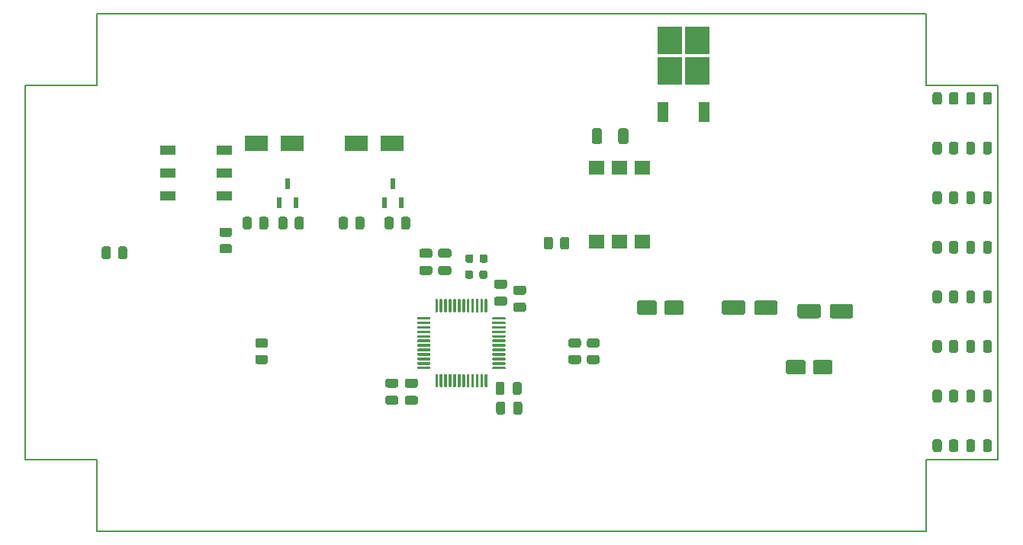
<source format=gbr>
%TF.GenerationSoftware,KiCad,Pcbnew,(5.1.9)-1*%
%TF.CreationDate,2021-07-08T16:45:59-05:00*%
%TF.ProjectId,RPi_Zero_pHat_Template,5250695f-5a65-4726-9f5f-704861745f54,rev?*%
%TF.SameCoordinates,Original*%
%TF.FileFunction,Paste,Top*%
%TF.FilePolarity,Positive*%
%FSLAX46Y46*%
G04 Gerber Fmt 4.6, Leading zero omitted, Abs format (unit mm)*
G04 Created by KiCad (PCBNEW (5.1.9)-1) date 2021-07-08 16:45:59*
%MOMM*%
%LPD*%
G01*
G04 APERTURE LIST*
%TA.AperFunction,Profile*%
%ADD10C,0.150000*%
%TD*%
%ADD11R,1.800000X1.000000*%
%ADD12R,0.600000X1.300000*%
%ADD13R,2.500000X1.800000*%
%ADD14R,1.780000X1.520000*%
%ADD15R,2.750000X3.050000*%
%ADD16R,1.200000X2.200000*%
G04 APERTURE END LIST*
D10*
X197750000Y-125046000D02*
X197750000Y-83546000D01*
X189750000Y-83546000D02*
X197750000Y-83546000D01*
X189750000Y-83546000D02*
X189750000Y-75546000D01*
X197750000Y-125046000D02*
X189750000Y-125046000D01*
X189750000Y-133046000D02*
X189750000Y-125046000D01*
X97750000Y-133046000D02*
X189750000Y-133046000D01*
X97750000Y-125046000D02*
X97750000Y-133046000D01*
X97750000Y-125046000D02*
X89750000Y-125046000D01*
X89750000Y-125046000D02*
X89750000Y-83546000D01*
X89750000Y-83546000D02*
X97750000Y-83546000D01*
X97750000Y-75546000D02*
X97750000Y-83546000D01*
X97750000Y-75546000D02*
X189750000Y-75546000D01*
D11*
%TO.C,U8*%
X111867000Y-90678000D03*
X111867000Y-93218000D03*
X111867000Y-95758000D03*
X105557000Y-95758000D03*
X105557000Y-93218000D03*
X105557000Y-90678000D03*
%TD*%
%TO.C,R3*%
G36*
G01*
X153786000Y-88528999D02*
X153786000Y-89779001D01*
G75*
G02*
X153536001Y-90029000I-249999J0D01*
G01*
X152910999Y-90029000D01*
G75*
G02*
X152661000Y-89779001I0J249999D01*
G01*
X152661000Y-88528999D01*
G75*
G02*
X152910999Y-88279000I249999J0D01*
G01*
X153536001Y-88279000D01*
G75*
G02*
X153786000Y-88528999I0J-249999D01*
G01*
G37*
G36*
G01*
X156711000Y-88528999D02*
X156711000Y-89779001D01*
G75*
G02*
X156461001Y-90029000I-249999J0D01*
G01*
X155835999Y-90029000D01*
G75*
G02*
X155586000Y-89779001I0J249999D01*
G01*
X155586000Y-88528999D01*
G75*
G02*
X155835999Y-88279000I249999J0D01*
G01*
X156461001Y-88279000D01*
G75*
G02*
X156711000Y-88528999I0J-249999D01*
G01*
G37*
%TD*%
%TO.C,L2*%
G36*
G01*
X139477000Y-104264750D02*
X139477000Y-104777250D01*
G75*
G02*
X139258250Y-104996000I-218750J0D01*
G01*
X138820750Y-104996000D01*
G75*
G02*
X138602000Y-104777250I0J218750D01*
G01*
X138602000Y-104264750D01*
G75*
G02*
X138820750Y-104046000I218750J0D01*
G01*
X139258250Y-104046000D01*
G75*
G02*
X139477000Y-104264750I0J-218750D01*
G01*
G37*
G36*
G01*
X141052000Y-104264750D02*
X141052000Y-104777250D01*
G75*
G02*
X140833250Y-104996000I-218750J0D01*
G01*
X140395750Y-104996000D01*
G75*
G02*
X140177000Y-104777250I0J218750D01*
G01*
X140177000Y-104264750D01*
G75*
G02*
X140395750Y-104046000I218750J0D01*
G01*
X140833250Y-104046000D01*
G75*
G02*
X141052000Y-104264750I0J-218750D01*
G01*
G37*
%TD*%
%TO.C,L1*%
G36*
G01*
X140202500Y-102999250D02*
X140202500Y-102486750D01*
G75*
G02*
X140421250Y-102268000I218750J0D01*
G01*
X140858750Y-102268000D01*
G75*
G02*
X141077500Y-102486750I0J-218750D01*
G01*
X141077500Y-102999250D01*
G75*
G02*
X140858750Y-103218000I-218750J0D01*
G01*
X140421250Y-103218000D01*
G75*
G02*
X140202500Y-102999250I0J218750D01*
G01*
G37*
G36*
G01*
X138627500Y-102999250D02*
X138627500Y-102486750D01*
G75*
G02*
X138846250Y-102268000I218750J0D01*
G01*
X139283750Y-102268000D01*
G75*
G02*
X139502500Y-102486750I0J-218750D01*
G01*
X139502500Y-102999250D01*
G75*
G02*
X139283750Y-103218000I-218750J0D01*
G01*
X138846250Y-103218000D01*
G75*
G02*
X138627500Y-102999250I0J218750D01*
G01*
G37*
%TD*%
%TO.C,C10*%
G36*
G01*
X160674000Y-108754000D02*
X160674000Y-107654000D01*
G75*
G02*
X160924000Y-107404000I250000J0D01*
G01*
X162624000Y-107404000D01*
G75*
G02*
X162874000Y-107654000I0J-250000D01*
G01*
X162874000Y-108754000D01*
G75*
G02*
X162624000Y-109004000I-250000J0D01*
G01*
X160924000Y-109004000D01*
G75*
G02*
X160674000Y-108754000I0J250000D01*
G01*
G37*
G36*
G01*
X157674000Y-108754000D02*
X157674000Y-107654000D01*
G75*
G02*
X157924000Y-107404000I250000J0D01*
G01*
X159624000Y-107404000D01*
G75*
G02*
X159874000Y-107654000I0J-250000D01*
G01*
X159874000Y-108754000D01*
G75*
G02*
X159624000Y-109004000I-250000J0D01*
G01*
X157924000Y-109004000D01*
G75*
G02*
X157674000Y-108754000I0J250000D01*
G01*
G37*
%TD*%
%TO.C,C9*%
G36*
G01*
X177184000Y-115358000D02*
X177184000Y-114258000D01*
G75*
G02*
X177434000Y-114008000I250000J0D01*
G01*
X179134000Y-114008000D01*
G75*
G02*
X179384000Y-114258000I0J-250000D01*
G01*
X179384000Y-115358000D01*
G75*
G02*
X179134000Y-115608000I-250000J0D01*
G01*
X177434000Y-115608000D01*
G75*
G02*
X177184000Y-115358000I0J250000D01*
G01*
G37*
G36*
G01*
X174184000Y-115358000D02*
X174184000Y-114258000D01*
G75*
G02*
X174434000Y-114008000I250000J0D01*
G01*
X176134000Y-114008000D01*
G75*
G02*
X176384000Y-114258000I0J-250000D01*
G01*
X176384000Y-115358000D01*
G75*
G02*
X176134000Y-115608000I-250000J0D01*
G01*
X174434000Y-115608000D01*
G75*
G02*
X174184000Y-115358000I0J250000D01*
G01*
G37*
%TD*%
%TO.C,C3*%
G36*
G01*
X169680000Y-107654000D02*
X169680000Y-108754000D01*
G75*
G02*
X169430000Y-109004000I-250000J0D01*
G01*
X167330000Y-109004000D01*
G75*
G02*
X167080000Y-108754000I0J250000D01*
G01*
X167080000Y-107654000D01*
G75*
G02*
X167330000Y-107404000I250000J0D01*
G01*
X169430000Y-107404000D01*
G75*
G02*
X169680000Y-107654000I0J-250000D01*
G01*
G37*
G36*
G01*
X173280000Y-107654000D02*
X173280000Y-108754000D01*
G75*
G02*
X173030000Y-109004000I-250000J0D01*
G01*
X170930000Y-109004000D01*
G75*
G02*
X170680000Y-108754000I0J250000D01*
G01*
X170680000Y-107654000D01*
G75*
G02*
X170930000Y-107404000I250000J0D01*
G01*
X173030000Y-107404000D01*
G75*
G02*
X173280000Y-107654000I0J-250000D01*
G01*
G37*
%TD*%
%TO.C,C2*%
G36*
G01*
X178062000Y-108035000D02*
X178062000Y-109135000D01*
G75*
G02*
X177812000Y-109385000I-250000J0D01*
G01*
X175712000Y-109385000D01*
G75*
G02*
X175462000Y-109135000I0J250000D01*
G01*
X175462000Y-108035000D01*
G75*
G02*
X175712000Y-107785000I250000J0D01*
G01*
X177812000Y-107785000D01*
G75*
G02*
X178062000Y-108035000I0J-250000D01*
G01*
G37*
G36*
G01*
X181662000Y-108035000D02*
X181662000Y-109135000D01*
G75*
G02*
X181412000Y-109385000I-250000J0D01*
G01*
X179312000Y-109385000D01*
G75*
G02*
X179062000Y-109135000I0J250000D01*
G01*
X179062000Y-108035000D01*
G75*
G02*
X179312000Y-107785000I250000J0D01*
G01*
X181412000Y-107785000D01*
G75*
G02*
X181662000Y-108035000I0J-250000D01*
G01*
G37*
%TD*%
%TO.C,C1*%
G36*
G01*
X130929400Y-117086000D02*
X129979400Y-117086000D01*
G75*
G02*
X129729400Y-116836000I0J250000D01*
G01*
X129729400Y-116336000D01*
G75*
G02*
X129979400Y-116086000I250000J0D01*
G01*
X130929400Y-116086000D01*
G75*
G02*
X131179400Y-116336000I0J-250000D01*
G01*
X131179400Y-116836000D01*
G75*
G02*
X130929400Y-117086000I-250000J0D01*
G01*
G37*
G36*
G01*
X130929400Y-118986000D02*
X129979400Y-118986000D01*
G75*
G02*
X129729400Y-118736000I0J250000D01*
G01*
X129729400Y-118236000D01*
G75*
G02*
X129979400Y-117986000I250000J0D01*
G01*
X130929400Y-117986000D01*
G75*
G02*
X131179400Y-118236000I0J-250000D01*
G01*
X131179400Y-118736000D01*
G75*
G02*
X130929400Y-118986000I-250000J0D01*
G01*
G37*
%TD*%
D12*
%TO.C,Q2*%
X117922000Y-96554000D03*
X119822000Y-96554000D03*
X118872000Y-94454000D03*
%TD*%
D13*
%TO.C,D2*%
X130524000Y-89916000D03*
X126524000Y-89916000D03*
%TD*%
%TO.C,D1*%
X119380000Y-89916000D03*
X115380000Y-89916000D03*
%TD*%
D12*
%TO.C,Q3*%
X129606000Y-96554000D03*
X131506000Y-96554000D03*
X130556000Y-94454000D03*
%TD*%
%TO.C,D3*%
G36*
G01*
X195178500Y-84506750D02*
X195178500Y-85419250D01*
G75*
G02*
X194934750Y-85663000I-243750J0D01*
G01*
X194447250Y-85663000D01*
G75*
G02*
X194203500Y-85419250I0J243750D01*
G01*
X194203500Y-84506750D01*
G75*
G02*
X194447250Y-84263000I243750J0D01*
G01*
X194934750Y-84263000D01*
G75*
G02*
X195178500Y-84506750I0J-243750D01*
G01*
G37*
G36*
G01*
X197053500Y-84506750D02*
X197053500Y-85419250D01*
G75*
G02*
X196809750Y-85663000I-243750J0D01*
G01*
X196322250Y-85663000D01*
G75*
G02*
X196078500Y-85419250I0J243750D01*
G01*
X196078500Y-84506750D01*
G75*
G02*
X196322250Y-84263000I243750J0D01*
G01*
X196809750Y-84263000D01*
G75*
G02*
X197053500Y-84506750I0J-243750D01*
G01*
G37*
%TD*%
%TO.C,C7*%
G36*
G01*
X143007100Y-106077600D02*
X142057100Y-106077600D01*
G75*
G02*
X141807100Y-105827600I0J250000D01*
G01*
X141807100Y-105327600D01*
G75*
G02*
X142057100Y-105077600I250000J0D01*
G01*
X143007100Y-105077600D01*
G75*
G02*
X143257100Y-105327600I0J-250000D01*
G01*
X143257100Y-105827600D01*
G75*
G02*
X143007100Y-106077600I-250000J0D01*
G01*
G37*
G36*
G01*
X143007100Y-107977600D02*
X142057100Y-107977600D01*
G75*
G02*
X141807100Y-107727600I0J250000D01*
G01*
X141807100Y-107227600D01*
G75*
G02*
X142057100Y-106977600I250000J0D01*
G01*
X143007100Y-106977600D01*
G75*
G02*
X143257100Y-107227600I0J-250000D01*
G01*
X143257100Y-107727600D01*
G75*
G02*
X143007100Y-107977600I-250000J0D01*
G01*
G37*
%TD*%
%TO.C,C11*%
G36*
G01*
X143034600Y-118879600D02*
X143034600Y-119829600D01*
G75*
G02*
X142784600Y-120079600I-250000J0D01*
G01*
X142284600Y-120079600D01*
G75*
G02*
X142034600Y-119829600I0J250000D01*
G01*
X142034600Y-118879600D01*
G75*
G02*
X142284600Y-118629600I250000J0D01*
G01*
X142784600Y-118629600D01*
G75*
G02*
X143034600Y-118879600I0J-250000D01*
G01*
G37*
G36*
G01*
X144934600Y-118879600D02*
X144934600Y-119829600D01*
G75*
G02*
X144684600Y-120079600I-250000J0D01*
G01*
X144184600Y-120079600D01*
G75*
G02*
X143934600Y-119829600I0J250000D01*
G01*
X143934600Y-118879600D01*
G75*
G02*
X144184600Y-118629600I250000J0D01*
G01*
X144684600Y-118629600D01*
G75*
G02*
X144934600Y-118879600I0J-250000D01*
G01*
G37*
%TD*%
%TO.C,C5*%
G36*
G01*
X142971100Y-116695200D02*
X142971100Y-117645200D01*
G75*
G02*
X142721100Y-117895200I-250000J0D01*
G01*
X142221100Y-117895200D01*
G75*
G02*
X141971100Y-117645200I0J250000D01*
G01*
X141971100Y-116695200D01*
G75*
G02*
X142221100Y-116445200I250000J0D01*
G01*
X142721100Y-116445200D01*
G75*
G02*
X142971100Y-116695200I0J-250000D01*
G01*
G37*
G36*
G01*
X144871100Y-116695200D02*
X144871100Y-117645200D01*
G75*
G02*
X144621100Y-117895200I-250000J0D01*
G01*
X144121100Y-117895200D01*
G75*
G02*
X143871100Y-117645200I0J250000D01*
G01*
X143871100Y-116695200D01*
G75*
G02*
X144121100Y-116445200I250000J0D01*
G01*
X144621100Y-116445200D01*
G75*
G02*
X144871100Y-116695200I0J-250000D01*
G01*
G37*
%TD*%
%TO.C,C4*%
G36*
G01*
X133101100Y-117088500D02*
X132151100Y-117088500D01*
G75*
G02*
X131901100Y-116838500I0J250000D01*
G01*
X131901100Y-116338500D01*
G75*
G02*
X132151100Y-116088500I250000J0D01*
G01*
X133101100Y-116088500D01*
G75*
G02*
X133351100Y-116338500I0J-250000D01*
G01*
X133351100Y-116838500D01*
G75*
G02*
X133101100Y-117088500I-250000J0D01*
G01*
G37*
G36*
G01*
X133101100Y-118988500D02*
X132151100Y-118988500D01*
G75*
G02*
X131901100Y-118738500I0J250000D01*
G01*
X131901100Y-118238500D01*
G75*
G02*
X132151100Y-117988500I250000J0D01*
G01*
X133101100Y-117988500D01*
G75*
G02*
X133351100Y-118238500I0J-250000D01*
G01*
X133351100Y-118738500D01*
G75*
G02*
X133101100Y-118988500I-250000J0D01*
G01*
G37*
%TD*%
%TO.C,R19*%
G36*
G01*
X115551799Y-113440800D02*
X116451801Y-113440800D01*
G75*
G02*
X116701800Y-113690799I0J-249999D01*
G01*
X116701800Y-114215801D01*
G75*
G02*
X116451801Y-114465800I-249999J0D01*
G01*
X115551799Y-114465800D01*
G75*
G02*
X115301800Y-114215801I0J249999D01*
G01*
X115301800Y-113690799D01*
G75*
G02*
X115551799Y-113440800I249999J0D01*
G01*
G37*
G36*
G01*
X115551799Y-111615800D02*
X116451801Y-111615800D01*
G75*
G02*
X116701800Y-111865799I0J-249999D01*
G01*
X116701800Y-112390801D01*
G75*
G02*
X116451801Y-112640800I-249999J0D01*
G01*
X115551799Y-112640800D01*
G75*
G02*
X115301800Y-112390801I0J249999D01*
G01*
X115301800Y-111865799D01*
G75*
G02*
X115551799Y-111615800I249999J0D01*
G01*
G37*
%TD*%
%TO.C,C8*%
G36*
G01*
X136809500Y-102663800D02*
X135859500Y-102663800D01*
G75*
G02*
X135609500Y-102413800I0J250000D01*
G01*
X135609500Y-101913800D01*
G75*
G02*
X135859500Y-101663800I250000J0D01*
G01*
X136809500Y-101663800D01*
G75*
G02*
X137059500Y-101913800I0J-250000D01*
G01*
X137059500Y-102413800D01*
G75*
G02*
X136809500Y-102663800I-250000J0D01*
G01*
G37*
G36*
G01*
X136809500Y-104563800D02*
X135859500Y-104563800D01*
G75*
G02*
X135609500Y-104313800I0J250000D01*
G01*
X135609500Y-103813800D01*
G75*
G02*
X135859500Y-103563800I250000J0D01*
G01*
X136809500Y-103563800D01*
G75*
G02*
X137059500Y-103813800I0J-250000D01*
G01*
X137059500Y-104313800D01*
G75*
G02*
X136809500Y-104563800I-250000J0D01*
G01*
G37*
%TD*%
%TO.C,C6*%
G36*
G01*
X134701300Y-102663800D02*
X133751300Y-102663800D01*
G75*
G02*
X133501300Y-102413800I0J250000D01*
G01*
X133501300Y-101913800D01*
G75*
G02*
X133751300Y-101663800I250000J0D01*
G01*
X134701300Y-101663800D01*
G75*
G02*
X134951300Y-101913800I0J-250000D01*
G01*
X134951300Y-102413800D01*
G75*
G02*
X134701300Y-102663800I-250000J0D01*
G01*
G37*
G36*
G01*
X134701300Y-104563800D02*
X133751300Y-104563800D01*
G75*
G02*
X133501300Y-104313800I0J250000D01*
G01*
X133501300Y-103813800D01*
G75*
G02*
X133751300Y-103563800I250000J0D01*
G01*
X134701300Y-103563800D01*
G75*
G02*
X134951300Y-103813800I0J-250000D01*
G01*
X134951300Y-104313800D01*
G75*
G02*
X134701300Y-104563800I-250000J0D01*
G01*
G37*
%TD*%
%TO.C,R18*%
G36*
G01*
X100071500Y-102558001D02*
X100071500Y-101657999D01*
G75*
G02*
X100321499Y-101408000I249999J0D01*
G01*
X100846501Y-101408000D01*
G75*
G02*
X101096500Y-101657999I0J-249999D01*
G01*
X101096500Y-102558001D01*
G75*
G02*
X100846501Y-102808000I-249999J0D01*
G01*
X100321499Y-102808000D01*
G75*
G02*
X100071500Y-102558001I0J249999D01*
G01*
G37*
G36*
G01*
X98246500Y-102558001D02*
X98246500Y-101657999D01*
G75*
G02*
X98496499Y-101408000I249999J0D01*
G01*
X99021501Y-101408000D01*
G75*
G02*
X99271500Y-101657999I0J-249999D01*
G01*
X99271500Y-102558001D01*
G75*
G02*
X99021501Y-102808000I-249999J0D01*
G01*
X98496499Y-102808000D01*
G75*
G02*
X98246500Y-102558001I0J249999D01*
G01*
G37*
%TD*%
%TO.C,R17*%
G36*
G01*
X192297000Y-123983001D02*
X192297000Y-123082999D01*
G75*
G02*
X192546999Y-122833000I249999J0D01*
G01*
X193072001Y-122833000D01*
G75*
G02*
X193322000Y-123082999I0J-249999D01*
G01*
X193322000Y-123983001D01*
G75*
G02*
X193072001Y-124233000I-249999J0D01*
G01*
X192546999Y-124233000D01*
G75*
G02*
X192297000Y-123983001I0J249999D01*
G01*
G37*
G36*
G01*
X190472000Y-123983001D02*
X190472000Y-123082999D01*
G75*
G02*
X190721999Y-122833000I249999J0D01*
G01*
X191247001Y-122833000D01*
G75*
G02*
X191497000Y-123082999I0J-249999D01*
G01*
X191497000Y-123983001D01*
G75*
G02*
X191247001Y-124233000I-249999J0D01*
G01*
X190721999Y-124233000D01*
G75*
G02*
X190472000Y-123983001I0J249999D01*
G01*
G37*
%TD*%
%TO.C,D10*%
G36*
G01*
X195178500Y-123076750D02*
X195178500Y-123989250D01*
G75*
G02*
X194934750Y-124233000I-243750J0D01*
G01*
X194447250Y-124233000D01*
G75*
G02*
X194203500Y-123989250I0J243750D01*
G01*
X194203500Y-123076750D01*
G75*
G02*
X194447250Y-122833000I243750J0D01*
G01*
X194934750Y-122833000D01*
G75*
G02*
X195178500Y-123076750I0J-243750D01*
G01*
G37*
G36*
G01*
X197053500Y-123076750D02*
X197053500Y-123989250D01*
G75*
G02*
X196809750Y-124233000I-243750J0D01*
G01*
X196322250Y-124233000D01*
G75*
G02*
X196078500Y-123989250I0J243750D01*
G01*
X196078500Y-123076750D01*
G75*
G02*
X196322250Y-122833000I243750J0D01*
G01*
X196809750Y-122833000D01*
G75*
G02*
X197053500Y-123076750I0J-243750D01*
G01*
G37*
%TD*%
%TO.C,R16*%
G36*
G01*
X192297000Y-118473001D02*
X192297000Y-117572999D01*
G75*
G02*
X192546999Y-117323000I249999J0D01*
G01*
X193072001Y-117323000D01*
G75*
G02*
X193322000Y-117572999I0J-249999D01*
G01*
X193322000Y-118473001D01*
G75*
G02*
X193072001Y-118723000I-249999J0D01*
G01*
X192546999Y-118723000D01*
G75*
G02*
X192297000Y-118473001I0J249999D01*
G01*
G37*
G36*
G01*
X190472000Y-118473001D02*
X190472000Y-117572999D01*
G75*
G02*
X190721999Y-117323000I249999J0D01*
G01*
X191247001Y-117323000D01*
G75*
G02*
X191497000Y-117572999I0J-249999D01*
G01*
X191497000Y-118473001D01*
G75*
G02*
X191247001Y-118723000I-249999J0D01*
G01*
X190721999Y-118723000D01*
G75*
G02*
X190472000Y-118473001I0J249999D01*
G01*
G37*
%TD*%
%TO.C,D9*%
G36*
G01*
X195178500Y-117566750D02*
X195178500Y-118479250D01*
G75*
G02*
X194934750Y-118723000I-243750J0D01*
G01*
X194447250Y-118723000D01*
G75*
G02*
X194203500Y-118479250I0J243750D01*
G01*
X194203500Y-117566750D01*
G75*
G02*
X194447250Y-117323000I243750J0D01*
G01*
X194934750Y-117323000D01*
G75*
G02*
X195178500Y-117566750I0J-243750D01*
G01*
G37*
G36*
G01*
X197053500Y-117566750D02*
X197053500Y-118479250D01*
G75*
G02*
X196809750Y-118723000I-243750J0D01*
G01*
X196322250Y-118723000D01*
G75*
G02*
X196078500Y-118479250I0J243750D01*
G01*
X196078500Y-117566750D01*
G75*
G02*
X196322250Y-117323000I243750J0D01*
G01*
X196809750Y-117323000D01*
G75*
G02*
X197053500Y-117566750I0J-243750D01*
G01*
G37*
%TD*%
%TO.C,R15*%
G36*
G01*
X192297000Y-112963001D02*
X192297000Y-112062999D01*
G75*
G02*
X192546999Y-111813000I249999J0D01*
G01*
X193072001Y-111813000D01*
G75*
G02*
X193322000Y-112062999I0J-249999D01*
G01*
X193322000Y-112963001D01*
G75*
G02*
X193072001Y-113213000I-249999J0D01*
G01*
X192546999Y-113213000D01*
G75*
G02*
X192297000Y-112963001I0J249999D01*
G01*
G37*
G36*
G01*
X190472000Y-112963001D02*
X190472000Y-112062999D01*
G75*
G02*
X190721999Y-111813000I249999J0D01*
G01*
X191247001Y-111813000D01*
G75*
G02*
X191497000Y-112062999I0J-249999D01*
G01*
X191497000Y-112963001D01*
G75*
G02*
X191247001Y-113213000I-249999J0D01*
G01*
X190721999Y-113213000D01*
G75*
G02*
X190472000Y-112963001I0J249999D01*
G01*
G37*
%TD*%
%TO.C,D8*%
G36*
G01*
X195178500Y-112056750D02*
X195178500Y-112969250D01*
G75*
G02*
X194934750Y-113213000I-243750J0D01*
G01*
X194447250Y-113213000D01*
G75*
G02*
X194203500Y-112969250I0J243750D01*
G01*
X194203500Y-112056750D01*
G75*
G02*
X194447250Y-111813000I243750J0D01*
G01*
X194934750Y-111813000D01*
G75*
G02*
X195178500Y-112056750I0J-243750D01*
G01*
G37*
G36*
G01*
X197053500Y-112056750D02*
X197053500Y-112969250D01*
G75*
G02*
X196809750Y-113213000I-243750J0D01*
G01*
X196322250Y-113213000D01*
G75*
G02*
X196078500Y-112969250I0J243750D01*
G01*
X196078500Y-112056750D01*
G75*
G02*
X196322250Y-111813000I243750J0D01*
G01*
X196809750Y-111813000D01*
G75*
G02*
X197053500Y-112056750I0J-243750D01*
G01*
G37*
%TD*%
%TO.C,R14*%
G36*
G01*
X192297000Y-107453001D02*
X192297000Y-106552999D01*
G75*
G02*
X192546999Y-106303000I249999J0D01*
G01*
X193072001Y-106303000D01*
G75*
G02*
X193322000Y-106552999I0J-249999D01*
G01*
X193322000Y-107453001D01*
G75*
G02*
X193072001Y-107703000I-249999J0D01*
G01*
X192546999Y-107703000D01*
G75*
G02*
X192297000Y-107453001I0J249999D01*
G01*
G37*
G36*
G01*
X190472000Y-107453001D02*
X190472000Y-106552999D01*
G75*
G02*
X190721999Y-106303000I249999J0D01*
G01*
X191247001Y-106303000D01*
G75*
G02*
X191497000Y-106552999I0J-249999D01*
G01*
X191497000Y-107453001D01*
G75*
G02*
X191247001Y-107703000I-249999J0D01*
G01*
X190721999Y-107703000D01*
G75*
G02*
X190472000Y-107453001I0J249999D01*
G01*
G37*
%TD*%
%TO.C,D7*%
G36*
G01*
X195178500Y-106546750D02*
X195178500Y-107459250D01*
G75*
G02*
X194934750Y-107703000I-243750J0D01*
G01*
X194447250Y-107703000D01*
G75*
G02*
X194203500Y-107459250I0J243750D01*
G01*
X194203500Y-106546750D01*
G75*
G02*
X194447250Y-106303000I243750J0D01*
G01*
X194934750Y-106303000D01*
G75*
G02*
X195178500Y-106546750I0J-243750D01*
G01*
G37*
G36*
G01*
X197053500Y-106546750D02*
X197053500Y-107459250D01*
G75*
G02*
X196809750Y-107703000I-243750J0D01*
G01*
X196322250Y-107703000D01*
G75*
G02*
X196078500Y-107459250I0J243750D01*
G01*
X196078500Y-106546750D01*
G75*
G02*
X196322250Y-106303000I243750J0D01*
G01*
X196809750Y-106303000D01*
G75*
G02*
X197053500Y-106546750I0J-243750D01*
G01*
G37*
%TD*%
%TO.C,R13*%
G36*
G01*
X130664000Y-98355999D02*
X130664000Y-99256001D01*
G75*
G02*
X130414001Y-99506000I-249999J0D01*
G01*
X129888999Y-99506000D01*
G75*
G02*
X129639000Y-99256001I0J249999D01*
G01*
X129639000Y-98355999D01*
G75*
G02*
X129888999Y-98106000I249999J0D01*
G01*
X130414001Y-98106000D01*
G75*
G02*
X130664000Y-98355999I0J-249999D01*
G01*
G37*
G36*
G01*
X132489000Y-98355999D02*
X132489000Y-99256001D01*
G75*
G02*
X132239001Y-99506000I-249999J0D01*
G01*
X131713999Y-99506000D01*
G75*
G02*
X131464000Y-99256001I0J249999D01*
G01*
X131464000Y-98355999D01*
G75*
G02*
X131713999Y-98106000I249999J0D01*
G01*
X132239001Y-98106000D01*
G75*
G02*
X132489000Y-98355999I0J-249999D01*
G01*
G37*
%TD*%
%TO.C,R12*%
G36*
G01*
X118876500Y-98355999D02*
X118876500Y-99256001D01*
G75*
G02*
X118626501Y-99506000I-249999J0D01*
G01*
X118101499Y-99506000D01*
G75*
G02*
X117851500Y-99256001I0J249999D01*
G01*
X117851500Y-98355999D01*
G75*
G02*
X118101499Y-98106000I249999J0D01*
G01*
X118626501Y-98106000D01*
G75*
G02*
X118876500Y-98355999I0J-249999D01*
G01*
G37*
G36*
G01*
X120701500Y-98355999D02*
X120701500Y-99256001D01*
G75*
G02*
X120451501Y-99506000I-249999J0D01*
G01*
X119926499Y-99506000D01*
G75*
G02*
X119676500Y-99256001I0J249999D01*
G01*
X119676500Y-98355999D01*
G75*
G02*
X119926499Y-98106000I249999J0D01*
G01*
X120451501Y-98106000D01*
G75*
G02*
X120701500Y-98355999I0J-249999D01*
G01*
G37*
%TD*%
%TO.C,R11*%
G36*
G01*
X192297000Y-101943001D02*
X192297000Y-101042999D01*
G75*
G02*
X192546999Y-100793000I249999J0D01*
G01*
X193072001Y-100793000D01*
G75*
G02*
X193322000Y-101042999I0J-249999D01*
G01*
X193322000Y-101943001D01*
G75*
G02*
X193072001Y-102193000I-249999J0D01*
G01*
X192546999Y-102193000D01*
G75*
G02*
X192297000Y-101943001I0J249999D01*
G01*
G37*
G36*
G01*
X190472000Y-101943001D02*
X190472000Y-101042999D01*
G75*
G02*
X190721999Y-100793000I249999J0D01*
G01*
X191247001Y-100793000D01*
G75*
G02*
X191497000Y-101042999I0J-249999D01*
G01*
X191497000Y-101943001D01*
G75*
G02*
X191247001Y-102193000I-249999J0D01*
G01*
X190721999Y-102193000D01*
G75*
G02*
X190472000Y-101943001I0J249999D01*
G01*
G37*
%TD*%
%TO.C,D6*%
G36*
G01*
X195178500Y-101036750D02*
X195178500Y-101949250D01*
G75*
G02*
X194934750Y-102193000I-243750J0D01*
G01*
X194447250Y-102193000D01*
G75*
G02*
X194203500Y-101949250I0J243750D01*
G01*
X194203500Y-101036750D01*
G75*
G02*
X194447250Y-100793000I243750J0D01*
G01*
X194934750Y-100793000D01*
G75*
G02*
X195178500Y-101036750I0J-243750D01*
G01*
G37*
G36*
G01*
X197053500Y-101036750D02*
X197053500Y-101949250D01*
G75*
G02*
X196809750Y-102193000I-243750J0D01*
G01*
X196322250Y-102193000D01*
G75*
G02*
X196078500Y-101949250I0J243750D01*
G01*
X196078500Y-101036750D01*
G75*
G02*
X196322250Y-100793000I243750J0D01*
G01*
X196809750Y-100793000D01*
G75*
G02*
X197053500Y-101036750I0J-243750D01*
G01*
G37*
%TD*%
D14*
%TO.C,U5*%
X158242000Y-100899000D03*
X153162000Y-100899000D03*
X155702000Y-100899000D03*
X158242000Y-92649000D03*
X153162000Y-92649000D03*
X155702000Y-92649000D03*
%TD*%
D15*
%TO.C,Q1*%
X164339000Y-81871000D03*
X161289000Y-78521000D03*
X161289000Y-81871000D03*
X164339000Y-78521000D03*
D16*
X165094000Y-86496000D03*
X160534000Y-86496000D03*
%TD*%
%TO.C,R10*%
G36*
G01*
X192297000Y-96433001D02*
X192297000Y-95532999D01*
G75*
G02*
X192546999Y-95283000I249999J0D01*
G01*
X193072001Y-95283000D01*
G75*
G02*
X193322000Y-95532999I0J-249999D01*
G01*
X193322000Y-96433001D01*
G75*
G02*
X193072001Y-96683000I-249999J0D01*
G01*
X192546999Y-96683000D01*
G75*
G02*
X192297000Y-96433001I0J249999D01*
G01*
G37*
G36*
G01*
X190472000Y-96433001D02*
X190472000Y-95532999D01*
G75*
G02*
X190721999Y-95283000I249999J0D01*
G01*
X191247001Y-95283000D01*
G75*
G02*
X191497000Y-95532999I0J-249999D01*
G01*
X191497000Y-96433001D01*
G75*
G02*
X191247001Y-96683000I-249999J0D01*
G01*
X190721999Y-96683000D01*
G75*
G02*
X190472000Y-96433001I0J249999D01*
G01*
G37*
%TD*%
%TO.C,D5*%
G36*
G01*
X195178500Y-95526750D02*
X195178500Y-96439250D01*
G75*
G02*
X194934750Y-96683000I-243750J0D01*
G01*
X194447250Y-96683000D01*
G75*
G02*
X194203500Y-96439250I0J243750D01*
G01*
X194203500Y-95526750D01*
G75*
G02*
X194447250Y-95283000I243750J0D01*
G01*
X194934750Y-95283000D01*
G75*
G02*
X195178500Y-95526750I0J-243750D01*
G01*
G37*
G36*
G01*
X197053500Y-95526750D02*
X197053500Y-96439250D01*
G75*
G02*
X196809750Y-96683000I-243750J0D01*
G01*
X196322250Y-96683000D01*
G75*
G02*
X196078500Y-96439250I0J243750D01*
G01*
X196078500Y-95526750D01*
G75*
G02*
X196322250Y-95283000I243750J0D01*
G01*
X196809750Y-95283000D01*
G75*
G02*
X197053500Y-95526750I0J-243750D01*
G01*
G37*
%TD*%
%TO.C,R9*%
G36*
G01*
X191497000Y-90022999D02*
X191497000Y-90923001D01*
G75*
G02*
X191247001Y-91173000I-249999J0D01*
G01*
X190721999Y-91173000D01*
G75*
G02*
X190472000Y-90923001I0J249999D01*
G01*
X190472000Y-90022999D01*
G75*
G02*
X190721999Y-89773000I249999J0D01*
G01*
X191247001Y-89773000D01*
G75*
G02*
X191497000Y-90022999I0J-249999D01*
G01*
G37*
G36*
G01*
X193322000Y-90022999D02*
X193322000Y-90923001D01*
G75*
G02*
X193072001Y-91173000I-249999J0D01*
G01*
X192546999Y-91173000D01*
G75*
G02*
X192297000Y-90923001I0J249999D01*
G01*
X192297000Y-90022999D01*
G75*
G02*
X192546999Y-89773000I249999J0D01*
G01*
X193072001Y-89773000D01*
G75*
G02*
X193322000Y-90022999I0J-249999D01*
G01*
G37*
%TD*%
%TO.C,R8*%
G36*
G01*
X191497000Y-84512999D02*
X191497000Y-85413001D01*
G75*
G02*
X191247001Y-85663000I-249999J0D01*
G01*
X190721999Y-85663000D01*
G75*
G02*
X190472000Y-85413001I0J249999D01*
G01*
X190472000Y-84512999D01*
G75*
G02*
X190721999Y-84263000I249999J0D01*
G01*
X191247001Y-84263000D01*
G75*
G02*
X191497000Y-84512999I0J-249999D01*
G01*
G37*
G36*
G01*
X193322000Y-84512999D02*
X193322000Y-85413001D01*
G75*
G02*
X193072001Y-85663000I-249999J0D01*
G01*
X192546999Y-85663000D01*
G75*
G02*
X192297000Y-85413001I0J249999D01*
G01*
X192297000Y-84512999D01*
G75*
G02*
X192546999Y-84263000I249999J0D01*
G01*
X193072001Y-84263000D01*
G75*
G02*
X193322000Y-84512999I0J-249999D01*
G01*
G37*
%TD*%
%TO.C,D4*%
G36*
G01*
X195178500Y-90016750D02*
X195178500Y-90929250D01*
G75*
G02*
X194934750Y-91173000I-243750J0D01*
G01*
X194447250Y-91173000D01*
G75*
G02*
X194203500Y-90929250I0J243750D01*
G01*
X194203500Y-90016750D01*
G75*
G02*
X194447250Y-89773000I243750J0D01*
G01*
X194934750Y-89773000D01*
G75*
G02*
X195178500Y-90016750I0J-243750D01*
G01*
G37*
G36*
G01*
X197053500Y-90016750D02*
X197053500Y-90929250D01*
G75*
G02*
X196809750Y-91173000I-243750J0D01*
G01*
X196322250Y-91173000D01*
G75*
G02*
X196078500Y-90929250I0J243750D01*
G01*
X196078500Y-90016750D01*
G75*
G02*
X196322250Y-89773000I243750J0D01*
G01*
X196809750Y-89773000D01*
G75*
G02*
X197053500Y-90016750I0J-243750D01*
G01*
G37*
%TD*%
%TO.C,U1*%
G36*
G01*
X141676000Y-109241000D02*
X143001000Y-109241000D01*
G75*
G02*
X143076000Y-109316000I0J-75000D01*
G01*
X143076000Y-109466000D01*
G75*
G02*
X143001000Y-109541000I-75000J0D01*
G01*
X141676000Y-109541000D01*
G75*
G02*
X141601000Y-109466000I0J75000D01*
G01*
X141601000Y-109316000D01*
G75*
G02*
X141676000Y-109241000I75000J0D01*
G01*
G37*
G36*
G01*
X141676000Y-109741000D02*
X143001000Y-109741000D01*
G75*
G02*
X143076000Y-109816000I0J-75000D01*
G01*
X143076000Y-109966000D01*
G75*
G02*
X143001000Y-110041000I-75000J0D01*
G01*
X141676000Y-110041000D01*
G75*
G02*
X141601000Y-109966000I0J75000D01*
G01*
X141601000Y-109816000D01*
G75*
G02*
X141676000Y-109741000I75000J0D01*
G01*
G37*
G36*
G01*
X141676000Y-110241000D02*
X143001000Y-110241000D01*
G75*
G02*
X143076000Y-110316000I0J-75000D01*
G01*
X143076000Y-110466000D01*
G75*
G02*
X143001000Y-110541000I-75000J0D01*
G01*
X141676000Y-110541000D01*
G75*
G02*
X141601000Y-110466000I0J75000D01*
G01*
X141601000Y-110316000D01*
G75*
G02*
X141676000Y-110241000I75000J0D01*
G01*
G37*
G36*
G01*
X141676000Y-110741000D02*
X143001000Y-110741000D01*
G75*
G02*
X143076000Y-110816000I0J-75000D01*
G01*
X143076000Y-110966000D01*
G75*
G02*
X143001000Y-111041000I-75000J0D01*
G01*
X141676000Y-111041000D01*
G75*
G02*
X141601000Y-110966000I0J75000D01*
G01*
X141601000Y-110816000D01*
G75*
G02*
X141676000Y-110741000I75000J0D01*
G01*
G37*
G36*
G01*
X141676000Y-111241000D02*
X143001000Y-111241000D01*
G75*
G02*
X143076000Y-111316000I0J-75000D01*
G01*
X143076000Y-111466000D01*
G75*
G02*
X143001000Y-111541000I-75000J0D01*
G01*
X141676000Y-111541000D01*
G75*
G02*
X141601000Y-111466000I0J75000D01*
G01*
X141601000Y-111316000D01*
G75*
G02*
X141676000Y-111241000I75000J0D01*
G01*
G37*
G36*
G01*
X141676000Y-111741000D02*
X143001000Y-111741000D01*
G75*
G02*
X143076000Y-111816000I0J-75000D01*
G01*
X143076000Y-111966000D01*
G75*
G02*
X143001000Y-112041000I-75000J0D01*
G01*
X141676000Y-112041000D01*
G75*
G02*
X141601000Y-111966000I0J75000D01*
G01*
X141601000Y-111816000D01*
G75*
G02*
X141676000Y-111741000I75000J0D01*
G01*
G37*
G36*
G01*
X141676000Y-112241000D02*
X143001000Y-112241000D01*
G75*
G02*
X143076000Y-112316000I0J-75000D01*
G01*
X143076000Y-112466000D01*
G75*
G02*
X143001000Y-112541000I-75000J0D01*
G01*
X141676000Y-112541000D01*
G75*
G02*
X141601000Y-112466000I0J75000D01*
G01*
X141601000Y-112316000D01*
G75*
G02*
X141676000Y-112241000I75000J0D01*
G01*
G37*
G36*
G01*
X141676000Y-112741000D02*
X143001000Y-112741000D01*
G75*
G02*
X143076000Y-112816000I0J-75000D01*
G01*
X143076000Y-112966000D01*
G75*
G02*
X143001000Y-113041000I-75000J0D01*
G01*
X141676000Y-113041000D01*
G75*
G02*
X141601000Y-112966000I0J75000D01*
G01*
X141601000Y-112816000D01*
G75*
G02*
X141676000Y-112741000I75000J0D01*
G01*
G37*
G36*
G01*
X141676000Y-113241000D02*
X143001000Y-113241000D01*
G75*
G02*
X143076000Y-113316000I0J-75000D01*
G01*
X143076000Y-113466000D01*
G75*
G02*
X143001000Y-113541000I-75000J0D01*
G01*
X141676000Y-113541000D01*
G75*
G02*
X141601000Y-113466000I0J75000D01*
G01*
X141601000Y-113316000D01*
G75*
G02*
X141676000Y-113241000I75000J0D01*
G01*
G37*
G36*
G01*
X141676000Y-113741000D02*
X143001000Y-113741000D01*
G75*
G02*
X143076000Y-113816000I0J-75000D01*
G01*
X143076000Y-113966000D01*
G75*
G02*
X143001000Y-114041000I-75000J0D01*
G01*
X141676000Y-114041000D01*
G75*
G02*
X141601000Y-113966000I0J75000D01*
G01*
X141601000Y-113816000D01*
G75*
G02*
X141676000Y-113741000I75000J0D01*
G01*
G37*
G36*
G01*
X141676000Y-114241000D02*
X143001000Y-114241000D01*
G75*
G02*
X143076000Y-114316000I0J-75000D01*
G01*
X143076000Y-114466000D01*
G75*
G02*
X143001000Y-114541000I-75000J0D01*
G01*
X141676000Y-114541000D01*
G75*
G02*
X141601000Y-114466000I0J75000D01*
G01*
X141601000Y-114316000D01*
G75*
G02*
X141676000Y-114241000I75000J0D01*
G01*
G37*
G36*
G01*
X141676000Y-114741000D02*
X143001000Y-114741000D01*
G75*
G02*
X143076000Y-114816000I0J-75000D01*
G01*
X143076000Y-114966000D01*
G75*
G02*
X143001000Y-115041000I-75000J0D01*
G01*
X141676000Y-115041000D01*
G75*
G02*
X141601000Y-114966000I0J75000D01*
G01*
X141601000Y-114816000D01*
G75*
G02*
X141676000Y-114741000I75000J0D01*
G01*
G37*
G36*
G01*
X140851000Y-115566000D02*
X141001000Y-115566000D01*
G75*
G02*
X141076000Y-115641000I0J-75000D01*
G01*
X141076000Y-116966000D01*
G75*
G02*
X141001000Y-117041000I-75000J0D01*
G01*
X140851000Y-117041000D01*
G75*
G02*
X140776000Y-116966000I0J75000D01*
G01*
X140776000Y-115641000D01*
G75*
G02*
X140851000Y-115566000I75000J0D01*
G01*
G37*
G36*
G01*
X140351000Y-115566000D02*
X140501000Y-115566000D01*
G75*
G02*
X140576000Y-115641000I0J-75000D01*
G01*
X140576000Y-116966000D01*
G75*
G02*
X140501000Y-117041000I-75000J0D01*
G01*
X140351000Y-117041000D01*
G75*
G02*
X140276000Y-116966000I0J75000D01*
G01*
X140276000Y-115641000D01*
G75*
G02*
X140351000Y-115566000I75000J0D01*
G01*
G37*
G36*
G01*
X139851000Y-115566000D02*
X140001000Y-115566000D01*
G75*
G02*
X140076000Y-115641000I0J-75000D01*
G01*
X140076000Y-116966000D01*
G75*
G02*
X140001000Y-117041000I-75000J0D01*
G01*
X139851000Y-117041000D01*
G75*
G02*
X139776000Y-116966000I0J75000D01*
G01*
X139776000Y-115641000D01*
G75*
G02*
X139851000Y-115566000I75000J0D01*
G01*
G37*
G36*
G01*
X139351000Y-115566000D02*
X139501000Y-115566000D01*
G75*
G02*
X139576000Y-115641000I0J-75000D01*
G01*
X139576000Y-116966000D01*
G75*
G02*
X139501000Y-117041000I-75000J0D01*
G01*
X139351000Y-117041000D01*
G75*
G02*
X139276000Y-116966000I0J75000D01*
G01*
X139276000Y-115641000D01*
G75*
G02*
X139351000Y-115566000I75000J0D01*
G01*
G37*
G36*
G01*
X138851000Y-115566000D02*
X139001000Y-115566000D01*
G75*
G02*
X139076000Y-115641000I0J-75000D01*
G01*
X139076000Y-116966000D01*
G75*
G02*
X139001000Y-117041000I-75000J0D01*
G01*
X138851000Y-117041000D01*
G75*
G02*
X138776000Y-116966000I0J75000D01*
G01*
X138776000Y-115641000D01*
G75*
G02*
X138851000Y-115566000I75000J0D01*
G01*
G37*
G36*
G01*
X138351000Y-115566000D02*
X138501000Y-115566000D01*
G75*
G02*
X138576000Y-115641000I0J-75000D01*
G01*
X138576000Y-116966000D01*
G75*
G02*
X138501000Y-117041000I-75000J0D01*
G01*
X138351000Y-117041000D01*
G75*
G02*
X138276000Y-116966000I0J75000D01*
G01*
X138276000Y-115641000D01*
G75*
G02*
X138351000Y-115566000I75000J0D01*
G01*
G37*
G36*
G01*
X137851000Y-115566000D02*
X138001000Y-115566000D01*
G75*
G02*
X138076000Y-115641000I0J-75000D01*
G01*
X138076000Y-116966000D01*
G75*
G02*
X138001000Y-117041000I-75000J0D01*
G01*
X137851000Y-117041000D01*
G75*
G02*
X137776000Y-116966000I0J75000D01*
G01*
X137776000Y-115641000D01*
G75*
G02*
X137851000Y-115566000I75000J0D01*
G01*
G37*
G36*
G01*
X137351000Y-115566000D02*
X137501000Y-115566000D01*
G75*
G02*
X137576000Y-115641000I0J-75000D01*
G01*
X137576000Y-116966000D01*
G75*
G02*
X137501000Y-117041000I-75000J0D01*
G01*
X137351000Y-117041000D01*
G75*
G02*
X137276000Y-116966000I0J75000D01*
G01*
X137276000Y-115641000D01*
G75*
G02*
X137351000Y-115566000I75000J0D01*
G01*
G37*
G36*
G01*
X136851000Y-115566000D02*
X137001000Y-115566000D01*
G75*
G02*
X137076000Y-115641000I0J-75000D01*
G01*
X137076000Y-116966000D01*
G75*
G02*
X137001000Y-117041000I-75000J0D01*
G01*
X136851000Y-117041000D01*
G75*
G02*
X136776000Y-116966000I0J75000D01*
G01*
X136776000Y-115641000D01*
G75*
G02*
X136851000Y-115566000I75000J0D01*
G01*
G37*
G36*
G01*
X136351000Y-115566000D02*
X136501000Y-115566000D01*
G75*
G02*
X136576000Y-115641000I0J-75000D01*
G01*
X136576000Y-116966000D01*
G75*
G02*
X136501000Y-117041000I-75000J0D01*
G01*
X136351000Y-117041000D01*
G75*
G02*
X136276000Y-116966000I0J75000D01*
G01*
X136276000Y-115641000D01*
G75*
G02*
X136351000Y-115566000I75000J0D01*
G01*
G37*
G36*
G01*
X135851000Y-115566000D02*
X136001000Y-115566000D01*
G75*
G02*
X136076000Y-115641000I0J-75000D01*
G01*
X136076000Y-116966000D01*
G75*
G02*
X136001000Y-117041000I-75000J0D01*
G01*
X135851000Y-117041000D01*
G75*
G02*
X135776000Y-116966000I0J75000D01*
G01*
X135776000Y-115641000D01*
G75*
G02*
X135851000Y-115566000I75000J0D01*
G01*
G37*
G36*
G01*
X135351000Y-115566000D02*
X135501000Y-115566000D01*
G75*
G02*
X135576000Y-115641000I0J-75000D01*
G01*
X135576000Y-116966000D01*
G75*
G02*
X135501000Y-117041000I-75000J0D01*
G01*
X135351000Y-117041000D01*
G75*
G02*
X135276000Y-116966000I0J75000D01*
G01*
X135276000Y-115641000D01*
G75*
G02*
X135351000Y-115566000I75000J0D01*
G01*
G37*
G36*
G01*
X133351000Y-114741000D02*
X134676000Y-114741000D01*
G75*
G02*
X134751000Y-114816000I0J-75000D01*
G01*
X134751000Y-114966000D01*
G75*
G02*
X134676000Y-115041000I-75000J0D01*
G01*
X133351000Y-115041000D01*
G75*
G02*
X133276000Y-114966000I0J75000D01*
G01*
X133276000Y-114816000D01*
G75*
G02*
X133351000Y-114741000I75000J0D01*
G01*
G37*
G36*
G01*
X133351000Y-114241000D02*
X134676000Y-114241000D01*
G75*
G02*
X134751000Y-114316000I0J-75000D01*
G01*
X134751000Y-114466000D01*
G75*
G02*
X134676000Y-114541000I-75000J0D01*
G01*
X133351000Y-114541000D01*
G75*
G02*
X133276000Y-114466000I0J75000D01*
G01*
X133276000Y-114316000D01*
G75*
G02*
X133351000Y-114241000I75000J0D01*
G01*
G37*
G36*
G01*
X133351000Y-113741000D02*
X134676000Y-113741000D01*
G75*
G02*
X134751000Y-113816000I0J-75000D01*
G01*
X134751000Y-113966000D01*
G75*
G02*
X134676000Y-114041000I-75000J0D01*
G01*
X133351000Y-114041000D01*
G75*
G02*
X133276000Y-113966000I0J75000D01*
G01*
X133276000Y-113816000D01*
G75*
G02*
X133351000Y-113741000I75000J0D01*
G01*
G37*
G36*
G01*
X133351000Y-113241000D02*
X134676000Y-113241000D01*
G75*
G02*
X134751000Y-113316000I0J-75000D01*
G01*
X134751000Y-113466000D01*
G75*
G02*
X134676000Y-113541000I-75000J0D01*
G01*
X133351000Y-113541000D01*
G75*
G02*
X133276000Y-113466000I0J75000D01*
G01*
X133276000Y-113316000D01*
G75*
G02*
X133351000Y-113241000I75000J0D01*
G01*
G37*
G36*
G01*
X133351000Y-112741000D02*
X134676000Y-112741000D01*
G75*
G02*
X134751000Y-112816000I0J-75000D01*
G01*
X134751000Y-112966000D01*
G75*
G02*
X134676000Y-113041000I-75000J0D01*
G01*
X133351000Y-113041000D01*
G75*
G02*
X133276000Y-112966000I0J75000D01*
G01*
X133276000Y-112816000D01*
G75*
G02*
X133351000Y-112741000I75000J0D01*
G01*
G37*
G36*
G01*
X133351000Y-112241000D02*
X134676000Y-112241000D01*
G75*
G02*
X134751000Y-112316000I0J-75000D01*
G01*
X134751000Y-112466000D01*
G75*
G02*
X134676000Y-112541000I-75000J0D01*
G01*
X133351000Y-112541000D01*
G75*
G02*
X133276000Y-112466000I0J75000D01*
G01*
X133276000Y-112316000D01*
G75*
G02*
X133351000Y-112241000I75000J0D01*
G01*
G37*
G36*
G01*
X133351000Y-111741000D02*
X134676000Y-111741000D01*
G75*
G02*
X134751000Y-111816000I0J-75000D01*
G01*
X134751000Y-111966000D01*
G75*
G02*
X134676000Y-112041000I-75000J0D01*
G01*
X133351000Y-112041000D01*
G75*
G02*
X133276000Y-111966000I0J75000D01*
G01*
X133276000Y-111816000D01*
G75*
G02*
X133351000Y-111741000I75000J0D01*
G01*
G37*
G36*
G01*
X133351000Y-111241000D02*
X134676000Y-111241000D01*
G75*
G02*
X134751000Y-111316000I0J-75000D01*
G01*
X134751000Y-111466000D01*
G75*
G02*
X134676000Y-111541000I-75000J0D01*
G01*
X133351000Y-111541000D01*
G75*
G02*
X133276000Y-111466000I0J75000D01*
G01*
X133276000Y-111316000D01*
G75*
G02*
X133351000Y-111241000I75000J0D01*
G01*
G37*
G36*
G01*
X133351000Y-110741000D02*
X134676000Y-110741000D01*
G75*
G02*
X134751000Y-110816000I0J-75000D01*
G01*
X134751000Y-110966000D01*
G75*
G02*
X134676000Y-111041000I-75000J0D01*
G01*
X133351000Y-111041000D01*
G75*
G02*
X133276000Y-110966000I0J75000D01*
G01*
X133276000Y-110816000D01*
G75*
G02*
X133351000Y-110741000I75000J0D01*
G01*
G37*
G36*
G01*
X133351000Y-110241000D02*
X134676000Y-110241000D01*
G75*
G02*
X134751000Y-110316000I0J-75000D01*
G01*
X134751000Y-110466000D01*
G75*
G02*
X134676000Y-110541000I-75000J0D01*
G01*
X133351000Y-110541000D01*
G75*
G02*
X133276000Y-110466000I0J75000D01*
G01*
X133276000Y-110316000D01*
G75*
G02*
X133351000Y-110241000I75000J0D01*
G01*
G37*
G36*
G01*
X133351000Y-109741000D02*
X134676000Y-109741000D01*
G75*
G02*
X134751000Y-109816000I0J-75000D01*
G01*
X134751000Y-109966000D01*
G75*
G02*
X134676000Y-110041000I-75000J0D01*
G01*
X133351000Y-110041000D01*
G75*
G02*
X133276000Y-109966000I0J75000D01*
G01*
X133276000Y-109816000D01*
G75*
G02*
X133351000Y-109741000I75000J0D01*
G01*
G37*
G36*
G01*
X133351000Y-109241000D02*
X134676000Y-109241000D01*
G75*
G02*
X134751000Y-109316000I0J-75000D01*
G01*
X134751000Y-109466000D01*
G75*
G02*
X134676000Y-109541000I-75000J0D01*
G01*
X133351000Y-109541000D01*
G75*
G02*
X133276000Y-109466000I0J75000D01*
G01*
X133276000Y-109316000D01*
G75*
G02*
X133351000Y-109241000I75000J0D01*
G01*
G37*
G36*
G01*
X135351000Y-107241000D02*
X135501000Y-107241000D01*
G75*
G02*
X135576000Y-107316000I0J-75000D01*
G01*
X135576000Y-108641000D01*
G75*
G02*
X135501000Y-108716000I-75000J0D01*
G01*
X135351000Y-108716000D01*
G75*
G02*
X135276000Y-108641000I0J75000D01*
G01*
X135276000Y-107316000D01*
G75*
G02*
X135351000Y-107241000I75000J0D01*
G01*
G37*
G36*
G01*
X135851000Y-107241000D02*
X136001000Y-107241000D01*
G75*
G02*
X136076000Y-107316000I0J-75000D01*
G01*
X136076000Y-108641000D01*
G75*
G02*
X136001000Y-108716000I-75000J0D01*
G01*
X135851000Y-108716000D01*
G75*
G02*
X135776000Y-108641000I0J75000D01*
G01*
X135776000Y-107316000D01*
G75*
G02*
X135851000Y-107241000I75000J0D01*
G01*
G37*
G36*
G01*
X136351000Y-107241000D02*
X136501000Y-107241000D01*
G75*
G02*
X136576000Y-107316000I0J-75000D01*
G01*
X136576000Y-108641000D01*
G75*
G02*
X136501000Y-108716000I-75000J0D01*
G01*
X136351000Y-108716000D01*
G75*
G02*
X136276000Y-108641000I0J75000D01*
G01*
X136276000Y-107316000D01*
G75*
G02*
X136351000Y-107241000I75000J0D01*
G01*
G37*
G36*
G01*
X136851000Y-107241000D02*
X137001000Y-107241000D01*
G75*
G02*
X137076000Y-107316000I0J-75000D01*
G01*
X137076000Y-108641000D01*
G75*
G02*
X137001000Y-108716000I-75000J0D01*
G01*
X136851000Y-108716000D01*
G75*
G02*
X136776000Y-108641000I0J75000D01*
G01*
X136776000Y-107316000D01*
G75*
G02*
X136851000Y-107241000I75000J0D01*
G01*
G37*
G36*
G01*
X137351000Y-107241000D02*
X137501000Y-107241000D01*
G75*
G02*
X137576000Y-107316000I0J-75000D01*
G01*
X137576000Y-108641000D01*
G75*
G02*
X137501000Y-108716000I-75000J0D01*
G01*
X137351000Y-108716000D01*
G75*
G02*
X137276000Y-108641000I0J75000D01*
G01*
X137276000Y-107316000D01*
G75*
G02*
X137351000Y-107241000I75000J0D01*
G01*
G37*
G36*
G01*
X137851000Y-107241000D02*
X138001000Y-107241000D01*
G75*
G02*
X138076000Y-107316000I0J-75000D01*
G01*
X138076000Y-108641000D01*
G75*
G02*
X138001000Y-108716000I-75000J0D01*
G01*
X137851000Y-108716000D01*
G75*
G02*
X137776000Y-108641000I0J75000D01*
G01*
X137776000Y-107316000D01*
G75*
G02*
X137851000Y-107241000I75000J0D01*
G01*
G37*
G36*
G01*
X138351000Y-107241000D02*
X138501000Y-107241000D01*
G75*
G02*
X138576000Y-107316000I0J-75000D01*
G01*
X138576000Y-108641000D01*
G75*
G02*
X138501000Y-108716000I-75000J0D01*
G01*
X138351000Y-108716000D01*
G75*
G02*
X138276000Y-108641000I0J75000D01*
G01*
X138276000Y-107316000D01*
G75*
G02*
X138351000Y-107241000I75000J0D01*
G01*
G37*
G36*
G01*
X138851000Y-107241000D02*
X139001000Y-107241000D01*
G75*
G02*
X139076000Y-107316000I0J-75000D01*
G01*
X139076000Y-108641000D01*
G75*
G02*
X139001000Y-108716000I-75000J0D01*
G01*
X138851000Y-108716000D01*
G75*
G02*
X138776000Y-108641000I0J75000D01*
G01*
X138776000Y-107316000D01*
G75*
G02*
X138851000Y-107241000I75000J0D01*
G01*
G37*
G36*
G01*
X139351000Y-107241000D02*
X139501000Y-107241000D01*
G75*
G02*
X139576000Y-107316000I0J-75000D01*
G01*
X139576000Y-108641000D01*
G75*
G02*
X139501000Y-108716000I-75000J0D01*
G01*
X139351000Y-108716000D01*
G75*
G02*
X139276000Y-108641000I0J75000D01*
G01*
X139276000Y-107316000D01*
G75*
G02*
X139351000Y-107241000I75000J0D01*
G01*
G37*
G36*
G01*
X139851000Y-107241000D02*
X140001000Y-107241000D01*
G75*
G02*
X140076000Y-107316000I0J-75000D01*
G01*
X140076000Y-108641000D01*
G75*
G02*
X140001000Y-108716000I-75000J0D01*
G01*
X139851000Y-108716000D01*
G75*
G02*
X139776000Y-108641000I0J75000D01*
G01*
X139776000Y-107316000D01*
G75*
G02*
X139851000Y-107241000I75000J0D01*
G01*
G37*
G36*
G01*
X140351000Y-107241000D02*
X140501000Y-107241000D01*
G75*
G02*
X140576000Y-107316000I0J-75000D01*
G01*
X140576000Y-108641000D01*
G75*
G02*
X140501000Y-108716000I-75000J0D01*
G01*
X140351000Y-108716000D01*
G75*
G02*
X140276000Y-108641000I0J75000D01*
G01*
X140276000Y-107316000D01*
G75*
G02*
X140351000Y-107241000I75000J0D01*
G01*
G37*
G36*
G01*
X140851000Y-107241000D02*
X141001000Y-107241000D01*
G75*
G02*
X141076000Y-107316000I0J-75000D01*
G01*
X141076000Y-108641000D01*
G75*
G02*
X141001000Y-108716000I-75000J0D01*
G01*
X140851000Y-108716000D01*
G75*
G02*
X140776000Y-108641000I0J75000D01*
G01*
X140776000Y-107316000D01*
G75*
G02*
X140851000Y-107241000I75000J0D01*
G01*
G37*
%TD*%
%TO.C,R2*%
G36*
G01*
X152356399Y-113444600D02*
X153256401Y-113444600D01*
G75*
G02*
X153506400Y-113694599I0J-249999D01*
G01*
X153506400Y-114219601D01*
G75*
G02*
X153256401Y-114469600I-249999J0D01*
G01*
X152356399Y-114469600D01*
G75*
G02*
X152106400Y-114219601I0J249999D01*
G01*
X152106400Y-113694599D01*
G75*
G02*
X152356399Y-113444600I249999J0D01*
G01*
G37*
G36*
G01*
X152356399Y-111619600D02*
X153256401Y-111619600D01*
G75*
G02*
X153506400Y-111869599I0J-249999D01*
G01*
X153506400Y-112394601D01*
G75*
G02*
X153256401Y-112644600I-249999J0D01*
G01*
X152356399Y-112644600D01*
G75*
G02*
X152106400Y-112394601I0J249999D01*
G01*
X152106400Y-111869599D01*
G75*
G02*
X152356399Y-111619600I249999J0D01*
G01*
G37*
%TD*%
%TO.C,R1*%
G36*
G01*
X150298999Y-113442700D02*
X151199001Y-113442700D01*
G75*
G02*
X151449000Y-113692699I0J-249999D01*
G01*
X151449000Y-114217701D01*
G75*
G02*
X151199001Y-114467700I-249999J0D01*
G01*
X150298999Y-114467700D01*
G75*
G02*
X150049000Y-114217701I0J249999D01*
G01*
X150049000Y-113692699D01*
G75*
G02*
X150298999Y-113442700I249999J0D01*
G01*
G37*
G36*
G01*
X150298999Y-111617700D02*
X151199001Y-111617700D01*
G75*
G02*
X151449000Y-111867699I0J-249999D01*
G01*
X151449000Y-112392701D01*
G75*
G02*
X151199001Y-112642700I-249999J0D01*
G01*
X150298999Y-112642700D01*
G75*
G02*
X150049000Y-112392701I0J249999D01*
G01*
X150049000Y-111867699D01*
G75*
G02*
X150298999Y-111617700I249999J0D01*
G01*
G37*
%TD*%
%TO.C,C12*%
G36*
G01*
X145115300Y-106753200D02*
X144165300Y-106753200D01*
G75*
G02*
X143915300Y-106503200I0J250000D01*
G01*
X143915300Y-106003200D01*
G75*
G02*
X144165300Y-105753200I250000J0D01*
G01*
X145115300Y-105753200D01*
G75*
G02*
X145365300Y-106003200I0J-250000D01*
G01*
X145365300Y-106503200D01*
G75*
G02*
X145115300Y-106753200I-250000J0D01*
G01*
G37*
G36*
G01*
X145115300Y-108653200D02*
X144165300Y-108653200D01*
G75*
G02*
X143915300Y-108403200I0J250000D01*
G01*
X143915300Y-107903200D01*
G75*
G02*
X144165300Y-107653200I250000J0D01*
G01*
X145115300Y-107653200D01*
G75*
G02*
X145365300Y-107903200I0J-250000D01*
G01*
X145365300Y-108403200D01*
G75*
G02*
X145115300Y-108653200I-250000J0D01*
G01*
G37*
%TD*%
%TO.C,R7*%
G36*
G01*
X111563999Y-101134500D02*
X112464001Y-101134500D01*
G75*
G02*
X112714000Y-101384499I0J-249999D01*
G01*
X112714000Y-101909501D01*
G75*
G02*
X112464001Y-102159500I-249999J0D01*
G01*
X111563999Y-102159500D01*
G75*
G02*
X111314000Y-101909501I0J249999D01*
G01*
X111314000Y-101384499D01*
G75*
G02*
X111563999Y-101134500I249999J0D01*
G01*
G37*
G36*
G01*
X111563999Y-99309500D02*
X112464001Y-99309500D01*
G75*
G02*
X112714000Y-99559499I0J-249999D01*
G01*
X112714000Y-100084501D01*
G75*
G02*
X112464001Y-100334500I-249999J0D01*
G01*
X111563999Y-100334500D01*
G75*
G02*
X111314000Y-100084501I0J249999D01*
G01*
X111314000Y-99559499D01*
G75*
G02*
X111563999Y-99309500I249999J0D01*
G01*
G37*
%TD*%
%TO.C,R6*%
G36*
G01*
X125584000Y-98355999D02*
X125584000Y-99256001D01*
G75*
G02*
X125334001Y-99506000I-249999J0D01*
G01*
X124808999Y-99506000D01*
G75*
G02*
X124559000Y-99256001I0J249999D01*
G01*
X124559000Y-98355999D01*
G75*
G02*
X124808999Y-98106000I249999J0D01*
G01*
X125334001Y-98106000D01*
G75*
G02*
X125584000Y-98355999I0J-249999D01*
G01*
G37*
G36*
G01*
X127409000Y-98355999D02*
X127409000Y-99256001D01*
G75*
G02*
X127159001Y-99506000I-249999J0D01*
G01*
X126633999Y-99506000D01*
G75*
G02*
X126384000Y-99256001I0J249999D01*
G01*
X126384000Y-98355999D01*
G75*
G02*
X126633999Y-98106000I249999J0D01*
G01*
X127159001Y-98106000D01*
G75*
G02*
X127409000Y-98355999I0J-249999D01*
G01*
G37*
%TD*%
%TO.C,R5*%
G36*
G01*
X114916000Y-98355999D02*
X114916000Y-99256001D01*
G75*
G02*
X114666001Y-99506000I-249999J0D01*
G01*
X114140999Y-99506000D01*
G75*
G02*
X113891000Y-99256001I0J249999D01*
G01*
X113891000Y-98355999D01*
G75*
G02*
X114140999Y-98106000I249999J0D01*
G01*
X114666001Y-98106000D01*
G75*
G02*
X114916000Y-98355999I0J-249999D01*
G01*
G37*
G36*
G01*
X116741000Y-98355999D02*
X116741000Y-99256001D01*
G75*
G02*
X116491001Y-99506000I-249999J0D01*
G01*
X115965999Y-99506000D01*
G75*
G02*
X115716000Y-99256001I0J249999D01*
G01*
X115716000Y-98355999D01*
G75*
G02*
X115965999Y-98106000I249999J0D01*
G01*
X116491001Y-98106000D01*
G75*
G02*
X116741000Y-98355999I0J-249999D01*
G01*
G37*
%TD*%
%TO.C,R4*%
G36*
G01*
X148340500Y-100591199D02*
X148340500Y-101491201D01*
G75*
G02*
X148090501Y-101741200I-249999J0D01*
G01*
X147565499Y-101741200D01*
G75*
G02*
X147315500Y-101491201I0J249999D01*
G01*
X147315500Y-100591199D01*
G75*
G02*
X147565499Y-100341200I249999J0D01*
G01*
X148090501Y-100341200D01*
G75*
G02*
X148340500Y-100591199I0J-249999D01*
G01*
G37*
G36*
G01*
X150165500Y-100591199D02*
X150165500Y-101491201D01*
G75*
G02*
X149915501Y-101741200I-249999J0D01*
G01*
X149390499Y-101741200D01*
G75*
G02*
X149140500Y-101491201I0J249999D01*
G01*
X149140500Y-100591199D01*
G75*
G02*
X149390499Y-100341200I249999J0D01*
G01*
X149915501Y-100341200D01*
G75*
G02*
X150165500Y-100591199I0J-249999D01*
G01*
G37*
%TD*%
M02*

</source>
